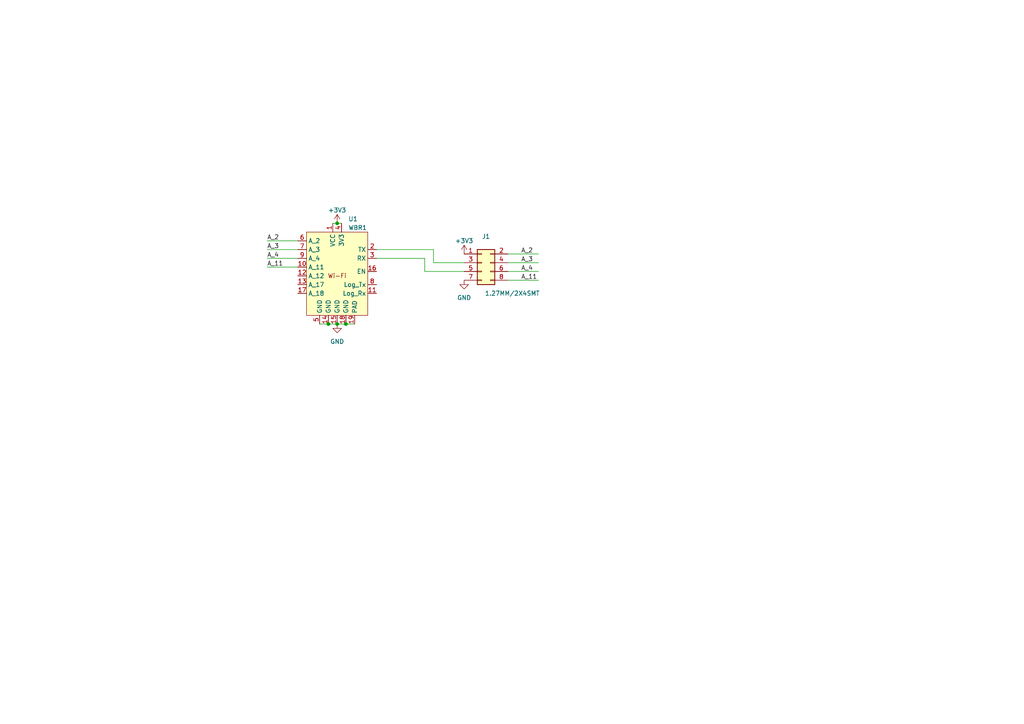
<source format=kicad_sch>
(kicad_sch (version 20230121) (generator eeschema)
  (paper "A4")
  (lib_symbols
    (symbol "Connector_Generic:Conn_02x04_Odd_Even" (pin_names (offset 1.016) hide)
      (property "Reference" "J" (at 1.27 5.08 0))
      (property "Value" "Conn_02x04_Odd_Even" (at 1.27 -7.62 0))
      (symbol "Conn_02x04_Odd_Even_1_1"
        (rectangle (start -1.27 -4.953) (end 0 -5.207) (stroke (width 0.1524)))
        (rectangle (start -1.27 -2.413) (end 0 -2.667) (stroke (width 0.1524)))
        (rectangle (start -1.27 0.127) (end 0 -0.127) (stroke (width 0.1524)))
        (rectangle (start -1.27 2.667) (end 0 2.413) (stroke (width 0.1524)))
        (rectangle (start -1.27 3.81) (end 3.81 -6.35) (stroke (width 0.254)) (fill (type background)))
        (rectangle (start 3.81 -4.953) (end 2.54 -5.207) (stroke (width 0.1524)))
        (rectangle (start 3.81 -2.413) (end 2.54 -2.667) (stroke (width 0.1524)))
        (rectangle (start 3.81 0.127) (end 2.54 -0.127) (stroke (width 0.1524)))
        (rectangle (start 3.81 2.667) (end 2.54 2.413) (stroke (width 0.1524)))
        (pin passive line (at -5.08 2.54 0) (length 3.81) (name "Pin_1") (number "1"))
        (pin passive line (at 7.62 2.54 180) (length 3.81) (name "Pin_2") (number "2"))
        (pin passive line (at -5.08 0 0) (length 3.81) (name "Pin_3") (number "3"))
        (pin passive line (at 7.62 0 180) (length 3.81) (name "Pin_4") (number "4"))
        (pin passive line (at -5.08 -2.54 0) (length 3.81) (name "Pin_5") (number "5"))
        (pin passive line (at 7.62 -2.54 180) (length 3.81) (name "Pin_6") (number "6"))
        (pin passive line (at -5.08 -5.08 0) (length 3.81) (name "Pin_7") (number "7"))
        (pin passive line (at 7.62 -5.08 180) (length 3.81) (name "Pin_8") (number "8"))
      )
    )
    (symbol "Ovo_RF_Bluetooth:WBR1"
      (property "Reference" "U" (at -8.89 12.7 0))
      (property "Value" "WBR1" (at 6.35 12.7 0))
      (symbol "WBR1_0_0"
        (text "Wi-Fi" (at 0 -1.27 0) (effects (font (size 1.27 1.27))))
      )
      (symbol "WBR1_0_1"
        (rectangle (start -8.89 11.43) (end 8.89 -12.7) (fill (type background)))
      )
      (symbol "WBR1_1_1"
        (pin power_in line (at -1.27 13.97 270) (length 2.54) (name "VCC") (number "1"))
        (pin bidirectional line (at -11.43 1.27 0) (length 2.54) (name "A_11") (number "10"))
        (pin input line (at 11.43 -6.35 180) (length 2.54) (name "Log_Rx") (number "11"))
        (pin bidirectional line (at -11.43 -1.27 0) (length 2.54) (name "A_12") (number "12"))
        (pin bidirectional line (at -11.43 -3.81 0) (length 2.54) (name "A_17") (number "13"))
        (pin power_in line (at -2.54 -15.24 90) (length 2.54) (name "GND") (number "14"))
        (pin power_in line (at 0 -15.24 90) (length 2.54) (name "GND") (number "15"))
        (pin input line (at 11.43 0 180) (length 2.54) (name "EN") (number "16"))
        (pin bidirectional line (at -11.43 -6.35 0) (length 2.54) (name "A_18") (number "17"))
        (pin power_in line (at 2.54 -15.24 90) (length 2.54) (name "GND") (number "18"))
        (pin power_in line (at 5.08 -15.24 90) (length 2.54) (name "PAD") (number "19"))
        (pin output line (at 11.43 6.35 180) (length 2.54) (name "TX") (number "2"))
        (pin input line (at 11.43 3.81 180) (length 2.54) (name "RX") (number "3"))
        (pin power_in line (at 1.27 13.97 270) (length 2.54) (name "3V3") (number "4"))
        (pin power_in line (at -5.08 -15.24 90) (length 2.54) (name "GND") (number "5"))
        (pin bidirectional line (at -11.43 8.89 0) (length 2.54) (name "A_2") (number "6"))
        (pin bidirectional line (at -11.43 6.35 0) (length 2.54) (name "A_3") (number "7"))
        (pin output line (at 11.43 -3.81 180) (length 2.54) (name "Log_Tx") (number "8"))
        (pin bidirectional line (at -11.43 3.81 0) (length 2.54) (name "A_4") (number "9"))
      )
    )
    (symbol "power:+3V3" (power) (pin_names (offset 0))
      (property "Value" "+3V3" (at 0 3.556 0))
      (symbol "+3V3_0_1"
        (polyline (pts (xy -0.762 1.27) (xy 0 2.54)))
        (polyline (pts (xy 0 0) (xy 0 2.54)))
        (polyline (pts (xy 0 2.54) (xy 0.762 1.27)))
      )
      (symbol "+3V3_1_1"
        (pin power_in line (at 0 0 90) (length 0) hide (name "+3V3") (number "1"))
      )
    )
    (symbol "power:GND" (power) (pin_names (offset 0))
      (property "Value" "GND" (at 0 -3.81 0))
      (symbol "GND_0_1"
        (polyline (pts (xy 0 0) (xy 0 -1.27) (xy 1.27 -1.27) (xy 0 -2.54) (xy -1.27 -1.27) (xy 0 -1.27)))
      )
      (symbol "GND_1_1"
        (pin power_in line (at 0 0 270) (length 0) hide (name "GND") (number "1"))
      )
    )
  )
  (junction (at 100.33 93.98))
  (junction (at 97.79 64.77))
  (junction (at 95.25 93.98))
  (junction (at 97.79 93.98))
  (wire (pts (xy 77.47 74.93) (xy 86.36 74.93)))
  (wire (pts (xy 77.47 72.39) (xy 86.36 72.39)))
  (wire (pts (xy 92.71 93.98) (xy 95.25 93.98)))
  (wire (pts (xy 123.19 74.93) (xy 123.19 78.74)))
  (wire (pts (xy 96.52 64.77) (xy 97.79 64.77)))
  (wire (pts (xy 109.22 74.93) (xy 123.19 74.93)))
  (wire (pts (xy 97.79 64.77) (xy 99.06 64.77)))
  (wire (pts (xy 147.32 76.2) (xy 156.21 76.2)))
  (wire (pts (xy 147.32 81.28) (xy 156.21 81.28)))
  (wire (pts (xy 123.19 78.74) (xy 134.62 78.74)))
  (wire (pts (xy 109.22 72.39) (xy 125.73 72.39)))
  (wire (pts (xy 77.47 69.85) (xy 86.36 69.85)))
  (wire (pts (xy 147.32 73.66) (xy 156.21 73.66)))
  (wire (pts (xy 100.33 93.98) (xy 102.87 93.98)))
  (wire (pts (xy 77.47 77.47) (xy 86.36 77.47)))
  (wire (pts (xy 95.25 93.98) (xy 97.79 93.98)))
  (wire (pts (xy 125.73 72.39) (xy 125.73 76.2)))
  (wire (pts (xy 125.73 76.2) (xy 134.62 76.2)))
  (wire (pts (xy 97.79 93.98) (xy 100.33 93.98)))
  (wire (pts (xy 147.32 78.74) (xy 156.21 78.74)))
  (label "A_11" (at 77.47 77.47 0))
  (label "A_4" (at 77.47 74.93 0))
  (label "A_2" (at 77.47 69.85 0))
  (label "A_2" (at 151.13 73.66 0))
  (label "A_4" (at 151.13 78.74 0))
  (label "A_3" (at 151.13 76.2 0))
  (label "A_3" (at 77.47 72.39 0))
  (label "A_11" (at 151.13 81.28 0))
  (symbol (lib_id "power:+3V3") (at 134.62 73.66 0) (unit 1)
    (property "Reference" "#PWR04" (effects hide))
    (property "Value" "+3V3" (at 134.62 69.85 0))
  )
  (symbol (lib_id "power:GND") (at 134.62 81.28 0) (unit 1)
    (property "Reference" "#PWR03" (effects hide))
    (property "Value" "GND" (at 134.62 86.36 0))
  )
  (symbol (lib_id "Ovo_RF_Bluetooth:WBR1") (at 97.79 78.74 0) (unit 1)
    (property "Reference" "U1" (at 101.0159 63.5 0) (effects (justify left)))
    (property "Value" "WBR1" (at 101.0159 66.04 0) (effects (justify left)))
    (property "Footprint" "Ovo_RF_Module:Tuya_WBR1" (effects hide))
  )
  (symbol (lib_id "Connector_Generic:Conn_02x04_Odd_Even") (at 139.7 76.2 0) (unit 1)
    (property "Reference" "J1" (at 140.97 68.58 0))
    (property "Value" "1.27MM/2X4SMT" (at 148.59 85.09 0))
    (property "Footprint" "Ovo_Connector_PinHeader:PinHeader_2x04_P1.27mm_Vertical_SMD" (effects hide))
  )
  (symbol (lib_id "power:+3V3") (at 97.79 64.77 0) (unit 1)
    (property "Reference" "#PWR01" (effects hide))
    (property "Value" "+3V3" (at 97.79 60.96 0))
  )
  (symbol (lib_id "power:GND") (at 97.79 93.98 0) (unit 1)
    (property "Reference" "#PWR02" (effects hide))
    (property "Value" "GND" (at 97.79 99.06 0))
  )
)
</source>
